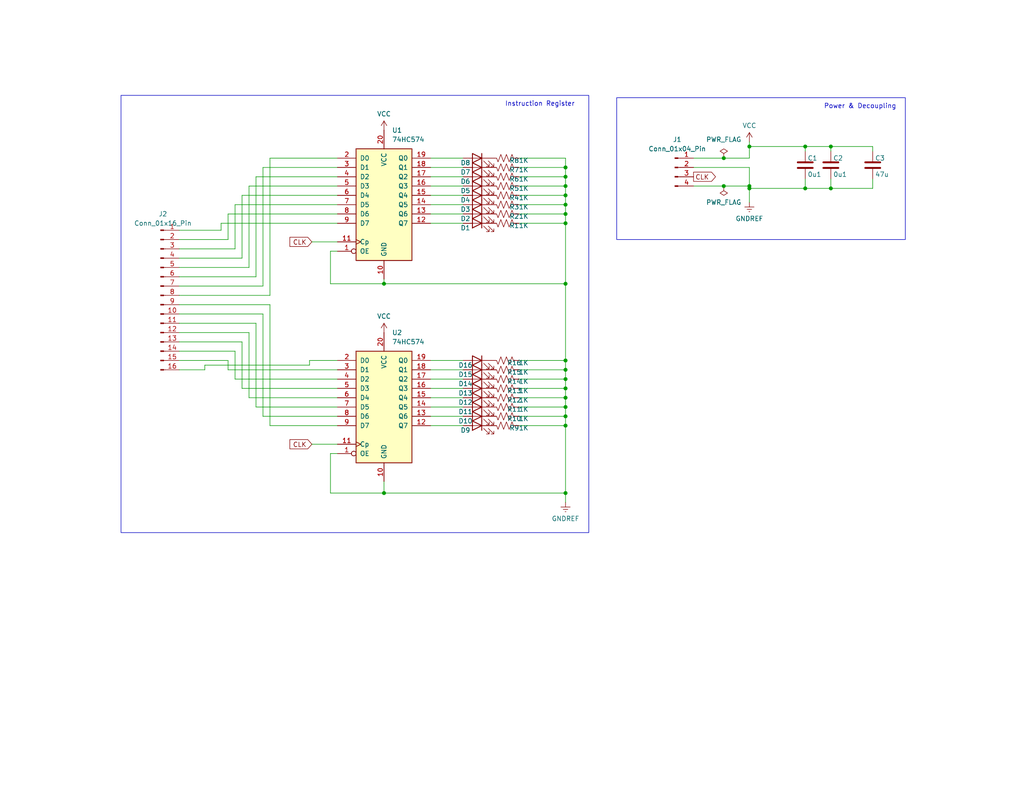
<source format=kicad_sch>
(kicad_sch (version 20230121) (generator eeschema)
  (paper "A")
  (title_block (title "Instruction Register") (date "2024-06-18") (rev "1.0") (company "16-Bit Computer From Scratch") (comment 1 "Adam Clark (@eryjus)"))
  (lib_symbols
    (symbol "Connector:Conn_01x04_Pin" (pin_names (offset 1.016) hide)
      (property "Reference" "J" (at 0 5.08 0))
      (property "Value" "Conn_01x04_Pin" (at 0 -7.62 0))
      (symbol "Conn_01x04_Pin_1_1"
        (polyline (pts (xy 1.27 -5.08) (xy 0.8636 -5.08)) (stroke (width 0.1524)))
        (polyline (pts (xy 1.27 -2.54) (xy 0.8636 -2.54)) (stroke (width 0.1524)))
        (polyline (pts (xy 1.27 0) (xy 0.8636 0)) (stroke (width 0.1524)))
        (polyline (pts (xy 1.27 2.54) (xy 0.8636 2.54)) (stroke (width 0.1524)))
        (rectangle (start 0.8636 -4.953) (end 0 -5.207) (stroke (width 0.1524)) (fill (type outline)))
        (rectangle (start 0.8636 -2.413) (end 0 -2.667) (stroke (width 0.1524)) (fill (type outline)))
        (rectangle (start 0.8636 0.127) (end 0 -0.127) (stroke (width 0.1524)) (fill (type outline)))
        (rectangle (start 0.8636 2.667) (end 0 2.413) (stroke (width 0.1524)) (fill (type outline)))
        (pin passive line (at 5.08 2.54 180) (length 3.81) (name "Pin_1") (number "1"))
        (pin passive line (at 5.08 0 180) (length 3.81) (name "Pin_2") (number "2"))
        (pin passive line (at 5.08 -2.54 180) (length 3.81) (name "Pin_3") (number "3"))
        (pin passive line (at 5.08 -5.08 180) (length 3.81) (name "Pin_4") (number "4"))
      )
    )
    (symbol "Connector:Conn_01x16_Pin" (pin_names (offset 1.016) hide)
      (property "Reference" "J" (at 0 20.32 0))
      (property "Value" "Conn_01x16_Pin" (at 0 -22.86 0))
      (symbol "Conn_01x16_Pin_1_1"
        (polyline (pts (xy 1.27 -20.32) (xy 0.8636 -20.32)) (stroke (width 0.1524)))
        (polyline (pts (xy 1.27 -17.78) (xy 0.8636 -17.78)) (stroke (width 0.1524)))
        (polyline (pts (xy 1.27 -15.24) (xy 0.8636 -15.24)) (stroke (width 0.1524)))
        (polyline (pts (xy 1.27 -12.7) (xy 0.8636 -12.7)) (stroke (width 0.1524)))
        (polyline (pts (xy 1.27 -10.16) (xy 0.8636 -10.16)) (stroke (width 0.1524)))
        (polyline (pts (xy 1.27 -7.62) (xy 0.8636 -7.62)) (stroke (width 0.1524)))
        (polyline (pts (xy 1.27 -5.08) (xy 0.8636 -5.08)) (stroke (width 0.1524)))
        (polyline (pts (xy 1.27 -2.54) (xy 0.8636 -2.54)) (stroke (width 0.1524)))
        (polyline (pts (xy 1.27 0) (xy 0.8636 0)) (stroke (width 0.1524)))
        (polyline (pts (xy 1.27 2.54) (xy 0.8636 2.54)) (stroke (width 0.1524)))
        (polyline (pts (xy 1.27 5.08) (xy 0.8636 5.08)) (stroke (width 0.1524)))
        (polyline (pts (xy 1.27 7.62) (xy 0.8636 7.62)) (stroke (width 0.1524)))
        (polyline (pts (xy 1.27 10.16) (xy 0.8636 10.16)) (stroke (width 0.1524)))
        (polyline (pts (xy 1.27 12.7) (xy 0.8636 12.7)) (stroke (width 0.1524)))
        (polyline (pts (xy 1.27 15.24) (xy 0.8636 15.24)) (stroke (width 0.1524)))
        (polyline (pts (xy 1.27 17.78) (xy 0.8636 17.78)) (stroke (width 0.1524)))
        (rectangle (start 0.8636 -20.193) (end 0 -20.447) (stroke (width 0.1524)) (fill (type outline)))
        (rectangle (start 0.8636 -17.653) (end 0 -17.907) (stroke (width 0.1524)) (fill (type outline)))
        (rectangle (start 0.8636 -15.113) (end 0 -15.367) (stroke (width 0.1524)) (fill (type outline)))
        (rectangle (start 0.8636 -12.573) (end 0 -12.827) (stroke (width 0.1524)) (fill (type outline)))
        (rectangle (start 0.8636 -10.033) (end 0 -10.287) (stroke (width 0.1524)) (fill (type outline)))
        (rectangle (start 0.8636 -7.493) (end 0 -7.747) (stroke (width 0.1524)) (fill (type outline)))
        (rectangle (start 0.8636 -4.953) (end 0 -5.207) (stroke (width 0.1524)) (fill (type outline)))
        (rectangle (start 0.8636 -2.413) (end 0 -2.667) (stroke (width 0.1524)) (fill (type outline)))
        (rectangle (start 0.8636 0.127) (end 0 -0.127) (stroke (width 0.1524)) (fill (type outline)))
        (rectangle (start 0.8636 2.667) (end 0 2.413) (stroke (width 0.1524)) (fill (type outline)))
        (rectangle (start 0.8636 5.207) (end 0 4.953) (stroke (width 0.1524)) (fill (type outline)))
        (rectangle (start 0.8636 7.747) (end 0 7.493) (stroke (width 0.1524)) (fill (type outline)))
        (rectangle (start 0.8636 10.287) (end 0 10.033) (stroke (width 0.1524)) (fill (type outline)))
        (rectangle (start 0.8636 12.827) (end 0 12.573) (stroke (width 0.1524)) (fill (type outline)))
        (rectangle (start 0.8636 15.367) (end 0 15.113) (stroke (width 0.1524)) (fill (type outline)))
        (rectangle (start 0.8636 17.907) (end 0 17.653) (stroke (width 0.1524)) (fill (type outline)))
        (pin passive line (at 5.08 17.78 180) (length 3.81) (name "Pin_1") (number "1"))
        (pin passive line (at 5.08 -5.08 180) (length 3.81) (name "Pin_10") (number "10"))
        (pin passive line (at 5.08 -7.62 180) (length 3.81) (name "Pin_11") (number "11"))
        (pin passive line (at 5.08 -10.16 180) (length 3.81) (name "Pin_12") (number "12"))
        (pin passive line (at 5.08 -12.7 180) (length 3.81) (name "Pin_13") (number "13"))
        (pin passive line (at 5.08 -15.24 180) (length 3.81) (name "Pin_14") (number "14"))
        (pin passive line (at 5.08 -17.78 180) (length 3.81) (name "Pin_15") (number "15"))
        (pin passive line (at 5.08 -20.32 180) (length 3.81) (name "Pin_16") (number "16"))
        (pin passive line (at 5.08 15.24 180) (length 3.81) (name "Pin_2") (number "2"))
        (pin passive line (at 5.08 12.7 180) (length 3.81) (name "Pin_3") (number "3"))
        (pin passive line (at 5.08 10.16 180) (length 3.81) (name "Pin_4") (number "4"))
        (pin passive line (at 5.08 7.62 180) (length 3.81) (name "Pin_5") (number "5"))
        (pin passive line (at 5.08 5.08 180) (length 3.81) (name "Pin_6") (number "6"))
        (pin passive line (at 5.08 2.54 180) (length 3.81) (name "Pin_7") (number "7"))
        (pin passive line (at 5.08 0 180) (length 3.81) (name "Pin_8") (number "8"))
        (pin passive line (at 5.08 -2.54 180) (length 3.81) (name "Pin_9") (number "9"))
      )
    )
    (symbol "Device:C" (pin_numbers hide) (pin_names (offset 0.254))
      (property "Reference" "C" (at 0.635 2.54 0))
      (property "Value" "C" (at 0.635 -2.54 0))
      (symbol "C_0_1"
        (polyline (pts (xy -2.032 -0.762) (xy 2.032 -0.762)) (stroke (width 0.508)))
        (polyline (pts (xy -2.032 0.762) (xy 2.032 0.762)) (stroke (width 0.508)))
      )
      (symbol "C_1_1"
        (pin passive line (at 0 3.81 270) (length 2.794) (name "~") (number "1"))
        (pin passive line (at 0 -3.81 90) (length 2.794) (name "~") (number "2"))
      )
    )
    (symbol "Device:LED" (pin_numbers hide) (pin_names (offset 1.016) hide)
      (property "Reference" "D" (at 0 2.54 0))
      (property "Value" "LED" (at 0 -2.54 0))
      (symbol "LED_0_1"
        (polyline (pts (xy -1.27 -1.27) (xy -1.27 1.27)) (stroke (width 0.254)))
        (polyline (pts (xy -1.27 0) (xy 1.27 0)))
        (polyline (pts (xy 1.27 -1.27) (xy 1.27 1.27) (xy -1.27 0) (xy 1.27 -1.27)) (stroke (width 0.254)))
        (polyline (pts (xy -3.048 -0.762) (xy -4.572 -2.286) (xy -3.81 -2.286) (xy -4.572 -2.286) (xy -4.572 -1.524)))
        (polyline (pts (xy -1.778 -0.762) (xy -3.302 -2.286) (xy -2.54 -2.286) (xy -3.302 -2.286) (xy -3.302 -1.524)))
      )
      (symbol "LED_1_1"
        (pin passive line (at -3.81 0 0) (length 2.54) (name "K") (number "1"))
        (pin passive line (at 3.81 0 180) (length 2.54) (name "A") (number "2"))
      )
    )
    (symbol "Device:R_US" (pin_numbers hide) (pin_names (offset 0))
      (property "Reference" "R" (at 2.54 0 90))
      (property "Value" "R_US" (at -2.54 0 90))
      (symbol "R_US_0_1"
        (polyline (pts (xy 0 -2.286) (xy 0 -2.54)))
        (polyline (pts (xy 0 2.286) (xy 0 2.54)))
        (polyline (pts (xy 0 -0.762) (xy 1.016 -1.143) (xy 0 -1.524) (xy -1.016 -1.905) (xy 0 -2.286)))
        (polyline (pts (xy 0 0.762) (xy 1.016 0.381) (xy 0 0) (xy -1.016 -0.381) (xy 0 -0.762)))
        (polyline (pts (xy 0 2.286) (xy 1.016 1.905) (xy 0 1.524) (xy -1.016 1.143) (xy 0 0.762)))
      )
      (symbol "R_US_1_1"
        (pin passive line (at 0 3.81 270) (length 1.27) (name "~") (number "1"))
        (pin passive line (at 0 -3.81 90) (length 1.27) (name "~") (number "2"))
      )
    )
    (symbol "eryjus:74HC574" (pin_names (offset 1.016))
      (property "Reference" "U" (at -7.62 16.51 0))
      (property "Value" "74HC574" (at -7.62 -16.51 0))
      (symbol "74HC574_1_0"
        (pin input inverted (at -12.7 -12.7 0) (length 5.08) (name "OE") (number "1"))
        (pin power_in line (at 0 -20.32 90) (length 5.08) (name "GND") (number "10"))
        (pin input clock (at -12.7 -10.16 0) (length 5.08) (name "Cp") (number "11"))
        (pin tri_state line (at 12.7 -5.08 180) (length 5.08) (name "Q7") (number "12"))
        (pin tri_state line (at 12.7 -2.54 180) (length 5.08) (name "Q6") (number "13"))
        (pin tri_state line (at 12.7 0 180) (length 5.08) (name "Q5") (number "14"))
        (pin tri_state line (at 12.7 2.54 180) (length 5.08) (name "Q4") (number "15"))
        (pin tri_state line (at 12.7 5.08 180) (length 5.08) (name "Q3") (number "16"))
        (pin tri_state line (at 12.7 7.62 180) (length 5.08) (name "Q2") (number "17"))
        (pin tri_state line (at 12.7 10.16 180) (length 5.08) (name "Q1") (number "18"))
        (pin tri_state line (at 12.7 12.7 180) (length 5.08) (name "Q0") (number "19"))
        (pin input line (at -12.7 12.7 0) (length 5.08) (name "D0") (number "2"))
        (pin power_in line (at 0 20.32 270) (length 5.08) (name "VCC") (number "20"))
        (pin input line (at -12.7 10.16 0) (length 5.08) (name "D1") (number "3"))
        (pin input line (at -12.7 7.62 0) (length 5.08) (name "D2") (number "4"))
        (pin input line (at -12.7 5.08 0) (length 5.08) (name "D3") (number "5"))
        (pin input line (at -12.7 2.54 0) (length 5.08) (name "D4") (number "6"))
        (pin input line (at -12.7 0 0) (length 5.08) (name "D5") (number "7"))
        (pin input line (at -12.7 -2.54 0) (length 5.08) (name "D6") (number "8"))
        (pin input line (at -12.7 -5.08 0) (length 5.08) (name "D7") (number "9"))
      )
      (symbol "74HC574_1_1"
        (rectangle (start -7.62 15.24) (end 7.62 -15.24) (stroke (width 0.254)) (fill (type background)))
      )
    )
    (symbol "power:GNDREF" (power) (pin_names (offset 0))
      (property "Value" "GNDREF" (at 0 -3.81 0))
      (symbol "GNDREF_0_1"
        (polyline (pts (xy -0.635 -1.905) (xy 0.635 -1.905)))
        (polyline (pts (xy -0.127 -2.54) (xy 0.127 -2.54)))
        (polyline (pts (xy 0 -1.27) (xy 0 0)))
        (polyline (pts (xy 1.27 -1.27) (xy -1.27 -1.27)))
      )
      (symbol "GNDREF_1_1"
        (pin power_in line (at 0 0 270) (length 0) hide (name "GNDREF") (number "1"))
      )
    )
    (symbol "power:PWR_FLAG" (power) (pin_numbers hide) (pin_names (offset 0) hide)
      (property "Value" "PWR_FLAG" (at 0 3.81 0))
      (symbol "PWR_FLAG_0_0"
        (pin power_out line (at 0 0 90) (length 0) (name "pwr") (number "1"))
      )
      (symbol "PWR_FLAG_0_1"
        (polyline (pts (xy 0 0) (xy 0 1.27) (xy -1.016 1.905) (xy 0 2.54) (xy 1.016 1.905) (xy 0 1.27)))
      )
    )
    (symbol "power:VCC" (power) (pin_names (offset 0))
      (property "Value" "VCC" (at 0 3.81 0))
      (symbol "VCC_0_1"
        (polyline (pts (xy -0.762 1.27) (xy 0 2.54)))
        (polyline (pts (xy 0 0) (xy 0 2.54)))
        (polyline (pts (xy 0 2.54) (xy 0.762 1.27)))
      )
      (symbol "VCC_1_1"
        (pin power_in line (at 0 0 90) (length 0) hide (name "VCC") (number "1"))
      )
    )
  )
  (junction (at 154.305 134.62))
  (junction (at 226.695 40.005))
  (junction (at 219.71 51.435))
  (junction (at 154.305 108.585))
  (junction (at 154.305 113.665))
  (junction (at 154.305 116.205))
  (junction (at 154.305 60.96))
  (junction (at 204.47 50.8))
  (junction (at 197.485 43.18))
  (junction (at 154.305 45.72))
  (junction (at 104.775 134.62))
  (junction (at 219.71 40.005))
  (junction (at 154.305 100.965))
  (junction (at 154.305 103.505))
  (junction (at 154.305 48.26))
  (junction (at 154.305 106.045))
  (junction (at 154.305 53.34))
  (junction (at 154.305 77.47))
  (junction (at 154.305 111.125))
  (junction (at 104.775 77.47))
  (junction (at 154.305 55.88))
  (junction (at 154.305 50.8))
  (junction (at 204.47 40.005))
  (junction (at 204.47 51.435))
  (junction (at 226.695 51.435))
  (junction (at 197.485 50.8))
  (junction (at 154.305 58.42))
  (junction (at 154.305 98.425))
  (wire (pts (xy 48.895 73.025) (xy 67.945 73.025)))
  (wire (pts (xy 62.23 100.965) (xy 92.075 100.965)))
  (wire (pts (xy 154.305 134.62) (xy 154.305 137.16)))
  (wire (pts (xy 204.47 40.005) (xy 219.71 40.005)))
  (wire (pts (xy 154.305 45.72) (xy 154.305 48.26)))
  (wire (pts (xy 90.17 68.58) (xy 90.17 77.47)))
  (wire (pts (xy 55.88 100.965) (xy 55.88 99.695)))
  (wire (pts (xy 154.305 113.665) (xy 154.305 116.205)))
  (wire (pts (xy 60.325 60.96) (xy 60.325 62.865)))
  (wire (pts (xy 66.04 93.345) (xy 66.04 106.045)))
  (wire (pts (xy 117.475 48.26) (xy 126.365 48.26)))
  (wire (pts (xy 226.695 40.005) (xy 226.695 41.275)))
  (wire (pts (xy 204.47 50.8) (xy 204.47 51.435)))
  (wire (pts (xy 141.605 111.125) (xy 154.305 111.125)))
  (wire (pts (xy 69.85 48.26) (xy 92.075 48.26)))
  (wire (pts (xy 141.605 116.205) (xy 154.305 116.205)))
  (wire (pts (xy 141.605 55.88) (xy 154.305 55.88)))
  (wire (pts (xy 117.475 116.205) (xy 126.365 116.205)))
  (wire (pts (xy 154.305 60.96) (xy 154.305 77.47)))
  (wire (pts (xy 84.455 99.695) (xy 84.455 98.425)))
  (wire (pts (xy 48.895 95.885) (xy 64.135 95.885)))
  (wire (pts (xy 154.305 50.8) (xy 154.305 53.34)))
  (wire (pts (xy 117.475 100.965) (xy 126.365 100.965)))
  (wire (pts (xy 117.475 106.045) (xy 126.365 106.045)))
  (wire (pts (xy 48.895 85.725) (xy 71.755 85.725)))
  (wire (pts (xy 154.305 58.42) (xy 154.305 60.96)))
  (wire (pts (xy 154.305 111.125) (xy 154.305 113.665)))
  (wire (pts (xy 117.475 60.96) (xy 126.365 60.96)))
  (wire (pts (xy 154.305 53.34) (xy 154.305 55.88)))
  (wire (pts (xy 141.605 113.665) (xy 154.305 113.665)))
  (wire (pts (xy 67.945 108.585) (xy 92.075 108.585)))
  (wire (pts (xy 189.23 43.18) (xy 197.485 43.18)))
  (wire (pts (xy 197.485 43.18) (xy 204.47 43.18)))
  (wire (pts (xy 141.605 98.425) (xy 154.305 98.425)))
  (wire (pts (xy 64.135 95.885) (xy 64.135 103.505)))
  (wire (pts (xy 189.23 45.72) (xy 204.47 45.72)))
  (wire (pts (xy 154.305 108.585) (xy 154.305 111.125)))
  (wire (pts (xy 71.755 85.725) (xy 71.755 113.665)))
  (wire (pts (xy 141.605 50.8) (xy 154.305 50.8)))
  (wire (pts (xy 141.605 103.505) (xy 154.305 103.505)))
  (wire (pts (xy 154.305 116.205) (xy 154.305 134.62)))
  (wire (pts (xy 238.125 51.435) (xy 226.695 51.435)))
  (wire (pts (xy 92.075 68.58) (xy 90.17 68.58)))
  (wire (pts (xy 69.85 111.125) (xy 92.075 111.125)))
  (wire (pts (xy 141.605 53.34) (xy 154.305 53.34)))
  (wire (pts (xy 69.85 48.26) (xy 69.85 75.565)))
  (wire (pts (xy 73.66 116.205) (xy 92.075 116.205)))
  (wire (pts (xy 226.695 51.435) (xy 219.71 51.435)))
  (wire (pts (xy 117.475 98.425) (xy 126.365 98.425)))
  (wire (pts (xy 104.775 76.2) (xy 104.775 77.47)))
  (wire (pts (xy 48.895 65.405) (xy 62.23 65.405)))
  (wire (pts (xy 117.475 45.72) (xy 126.365 45.72)))
  (wire (pts (xy 117.475 55.88) (xy 126.365 55.88)))
  (wire (pts (xy 154.305 55.88) (xy 154.305 58.42)))
  (wire (pts (xy 62.23 98.425) (xy 62.23 100.965)))
  (wire (pts (xy 154.305 100.965) (xy 154.305 103.505)))
  (wire (pts (xy 67.945 90.805) (xy 67.945 108.585)))
  (wire (pts (xy 226.695 40.005) (xy 219.71 40.005)))
  (wire (pts (xy 154.305 48.26) (xy 154.305 50.8)))
  (wire (pts (xy 154.305 98.425) (xy 154.305 100.965)))
  (wire (pts (xy 71.755 45.72) (xy 92.075 45.72)))
  (wire (pts (xy 85.09 121.285) (xy 92.075 121.285)))
  (wire (pts (xy 69.85 88.265) (xy 69.85 111.125)))
  (wire (pts (xy 219.71 48.895) (xy 219.71 51.435)))
  (wire (pts (xy 197.485 50.8) (xy 204.47 50.8)))
  (wire (pts (xy 64.135 55.88) (xy 64.135 67.945)))
  (wire (pts (xy 48.895 90.805) (xy 67.945 90.805)))
  (wire (pts (xy 117.475 43.18) (xy 126.365 43.18)))
  (wire (pts (xy 226.695 48.895) (xy 226.695 51.435)))
  (wire (pts (xy 73.66 43.18) (xy 92.075 43.18)))
  (wire (pts (xy 67.945 50.8) (xy 92.075 50.8)))
  (wire (pts (xy 238.125 48.895) (xy 238.125 51.435)))
  (wire (pts (xy 189.23 50.8) (xy 197.485 50.8)))
  (wire (pts (xy 141.605 45.72) (xy 154.305 45.72)))
  (wire (pts (xy 117.475 53.34) (xy 126.365 53.34)))
  (wire (pts (xy 117.475 103.505) (xy 126.365 103.505)))
  (wire (pts (xy 92.075 60.96) (xy 60.325 60.96)))
  (wire (pts (xy 117.475 50.8) (xy 126.365 50.8)))
  (wire (pts (xy 73.66 43.18) (xy 73.66 80.645)))
  (wire (pts (xy 104.775 77.47) (xy 154.305 77.47)))
  (wire (pts (xy 141.605 58.42) (xy 154.305 58.42)))
  (wire (pts (xy 64.135 103.505) (xy 92.075 103.505)))
  (wire (pts (xy 90.17 134.62) (xy 104.775 134.62)))
  (wire (pts (xy 219.71 40.005) (xy 219.71 41.275)))
  (wire (pts (xy 117.475 108.585) (xy 126.365 108.585)))
  (wire (pts (xy 71.755 113.665) (xy 92.075 113.665)))
  (wire (pts (xy 62.23 58.42) (xy 62.23 65.405)))
  (wire (pts (xy 141.605 106.045) (xy 154.305 106.045)))
  (wire (pts (xy 204.47 38.735) (xy 204.47 40.005)))
  (wire (pts (xy 141.605 100.965) (xy 154.305 100.965)))
  (wire (pts (xy 48.895 98.425) (xy 62.23 98.425)))
  (wire (pts (xy 154.305 106.045) (xy 154.305 108.585)))
  (wire (pts (xy 204.47 51.435) (xy 204.47 55.245)))
  (wire (pts (xy 92.075 53.34) (xy 66.04 53.34)))
  (wire (pts (xy 104.775 134.62) (xy 154.305 134.62)))
  (wire (pts (xy 48.895 67.945) (xy 64.135 67.945)))
  (wire (pts (xy 71.755 45.72) (xy 71.755 78.105)))
  (wire (pts (xy 117.475 58.42) (xy 126.365 58.42)))
  (wire (pts (xy 48.895 88.265) (xy 69.85 88.265)))
  (wire (pts (xy 90.17 77.47) (xy 104.775 77.47)))
  (wire (pts (xy 55.88 99.695) (xy 84.455 99.695)))
  (wire (pts (xy 66.04 53.34) (xy 66.04 70.485)))
  (wire (pts (xy 48.895 78.105) (xy 71.755 78.105)))
  (wire (pts (xy 92.075 58.42) (xy 62.23 58.42)))
  (wire (pts (xy 48.895 100.965) (xy 55.88 100.965)))
  (wire (pts (xy 85.09 66.04) (xy 92.075 66.04)))
  (wire (pts (xy 92.075 55.88) (xy 64.135 55.88)))
  (wire (pts (xy 238.125 40.005) (xy 226.695 40.005)))
  (wire (pts (xy 117.475 113.665) (xy 126.365 113.665)))
  (wire (pts (xy 117.475 111.125) (xy 126.365 111.125)))
  (wire (pts (xy 154.305 43.18) (xy 154.305 45.72)))
  (wire (pts (xy 48.895 83.185) (xy 73.66 83.185)))
  (wire (pts (xy 48.895 62.865) (xy 60.325 62.865)))
  (wire (pts (xy 141.605 48.26) (xy 154.305 48.26)))
  (wire (pts (xy 154.305 77.47) (xy 154.305 98.425)))
  (wire (pts (xy 141.605 60.96) (xy 154.305 60.96)))
  (wire (pts (xy 104.775 131.445) (xy 104.775 134.62)))
  (wire (pts (xy 84.455 98.425) (xy 92.075 98.425)))
  (wire (pts (xy 67.945 50.8) (xy 67.945 73.025)))
  (wire (pts (xy 48.895 75.565) (xy 69.85 75.565)))
  (wire (pts (xy 154.305 103.505) (xy 154.305 106.045)))
  (wire (pts (xy 48.895 70.485) (xy 66.04 70.485)))
  (wire (pts (xy 141.605 108.585) (xy 154.305 108.585)))
  (wire (pts (xy 92.075 123.825) (xy 90.17 123.825)))
  (wire (pts (xy 141.605 43.18) (xy 154.305 43.18)))
  (wire (pts (xy 73.66 83.185) (xy 73.66 116.205)))
  (wire (pts (xy 219.71 51.435) (xy 204.47 51.435)))
  (wire (pts (xy 48.895 93.345) (xy 66.04 93.345)))
  (wire (pts (xy 204.47 40.005) (xy 204.47 43.18)))
  (wire (pts (xy 92.075 106.045) (xy 66.04 106.045)))
  (wire (pts (xy 90.17 123.825) (xy 90.17 134.62)))
  (wire (pts (xy 238.125 41.275) (xy 238.125 40.005)))
  (wire (pts (xy 48.895 80.645) (xy 73.66 80.645)))
  (wire (pts (xy 204.47 45.72) (xy 204.47 50.8)))
  (rectangle (start 33.02 26.035) (end 160.655 145.415))
  (rectangle (start 168.275 26.67) (end 247.015 65.405))
  (text "Power & Decoupling" (at 224.79 29.845 0) (effects (font (size 1.27 1.27)) (justify left bottom)))
  (text "Instruction Register" (at 137.795 29.21 0) (effects (font (size 1.27 1.27)) (justify left bottom)))
  (global_label "CLK" (shape input) (at 85.09 66.04 180) (property "Intersheetrefs" "${INTERSHEET_REFS}" (effects hide)))
  (global_label "CLK" (shape input) (at 85.09 121.285 180) (property "Intersheetrefs" "${INTERSHEET_REFS}" (effects hide)))
  (global_label "CLK" (shape output) (at 189.23 48.26 0) (property "Intersheetrefs" "${INTERSHEET_REFS}" (effects hide)))
  (symbol (lib_id "power:PWR_FLAG") (at 197.485 43.18 0) (unit 1)
    (property "Reference" "#FLG01" (effects hide))
    (property "Value" "PWR_FLAG" (at 197.485 38.1 0))
  )
  (symbol (lib_id "Device:R_US") (at 137.795 45.72 90) (mirror x) (unit 1)
    (property "Reference" "R7" (at 140.335 46.355 90))
    (property "Value" "1K" (at 142.875 46.355 90))
    (property "Footprint" "Resistor_SMD:R_1206_3216Metric_Pad1.30x1.75mm_HandSolder" (effects hide))
  )
  (symbol (lib_id "Device:LED") (at 130.175 58.42 0) (mirror y) (unit 1)
    (property "Reference" "D2" (at 127 59.69 0))
    (property "Value" "LED" (effects hide))
    (property "Footprint" "LED_SMD:LED_1206_3216Metric_Pad1.42x1.75mm_HandSolder" (effects hide))
  )
  (symbol (lib_id "power:VCC") (at 204.47 38.735 0) (unit 1)
    (property "Reference" "#PWR02" (effects hide))
    (property "Value" "VCC" (at 204.47 34.29 0))
  )
  (symbol (lib_id "Device:R_US") (at 137.795 48.26 90) (mirror x) (unit 1)
    (property "Reference" "R6" (at 140.335 48.895 90))
    (property "Value" "1K" (at 142.875 48.895 90))
    (property "Footprint" "Resistor_SMD:R_1206_3216Metric_Pad1.30x1.75mm_HandSolder" (effects hide))
  )
  (symbol (lib_id "Device:C") (at 226.695 45.085 0) (unit 1)
    (property "Reference" "C2" (at 227.33 43.18 0) (effects (justify left)))
    (property "Value" "0u1" (at 227.33 47.625 0) (effects (justify left)))
    (property "Footprint" "Capacitor_SMD:C_1206_3216Metric_Pad1.33x1.80mm_HandSolder" (effects hide))
  )
  (symbol (lib_id "Device:R_US") (at 137.795 108.585 90) (mirror x) (unit 1)
    (property "Reference" "R12" (at 140.335 109.22 90))
    (property "Value" "1K" (at 142.875 109.22 90))
    (property "Footprint" "Resistor_SMD:R_1206_3216Metric_Pad1.30x1.75mm_HandSolder" (effects hide))
  )
  (symbol (lib_id "power:VCC") (at 104.775 35.56 0) (unit 1)
    (property "Reference" "#PWR01" (effects hide))
    (property "Value" "VCC" (at 104.775 31.115 0))
  )
  (symbol (lib_id "Device:R_US") (at 137.795 55.88 90) (mirror x) (unit 1)
    (property "Reference" "R3" (at 140.335 56.515 90))
    (property "Value" "1K" (at 142.875 56.515 90))
    (property "Footprint" "Resistor_SMD:R_1206_3216Metric_Pad1.30x1.75mm_HandSolder" (effects hide))
  )
  (symbol (lib_id "Device:R_US") (at 137.795 116.205 90) (mirror x) (unit 1)
    (property "Reference" "R9" (at 140.335 116.84 90))
    (property "Value" "1K" (at 142.875 116.84 90))
    (property "Footprint" "Resistor_SMD:R_1206_3216Metric_Pad1.30x1.75mm_HandSolder" (effects hide))
  )
  (symbol (lib_id "power:GNDREF") (at 204.47 55.245 0) (unit 1)
    (property "Reference" "#PWR03" (effects hide))
    (property "Value" "GNDREF" (at 204.47 59.69 0))
  )
  (symbol (lib_id "Device:R_US") (at 137.795 43.18 90) (mirror x) (unit 1)
    (property "Reference" "R8" (at 140.335 43.815 90))
    (property "Value" "1K" (at 142.875 43.815 90))
    (property "Footprint" "Resistor_SMD:R_1206_3216Metric_Pad1.30x1.75mm_HandSolder" (effects hide))
  )
  (symbol (lib_id "eryjus:74HC574") (at 104.775 55.88 0) (unit 1)
    (property "Reference" "U1" (at 106.9691 35.56 0) (effects (justify left)))
    (property "Value" "74HC574" (at 106.9691 38.1 0) (effects (justify left)))
    (property "Footprint" "Package_SO:SOIC-20W_7.5x12.8mm_P1.27mm" (effects hide))
    (property "Datasheet" "http://www.ti.com/lit/gpn/sn74HC574" (effects hide))
  )
  (symbol (lib_id "Device:R_US") (at 137.795 50.8 90) (mirror x) (unit 1)
    (property "Reference" "R5" (at 140.335 51.435 90))
    (property "Value" "1K" (at 142.875 51.435 90))
    (property "Footprint" "Resistor_SMD:R_1206_3216Metric_Pad1.30x1.75mm_HandSolder" (effects hide))
  )
  (symbol (lib_id "Device:LED") (at 130.175 113.665 0) (mirror y) (unit 1)
    (property "Reference" "D10" (at 127 114.935 0))
    (property "Value" "LED" (effects hide))
    (property "Footprint" "LED_SMD:LED_1206_3216Metric_Pad1.42x1.75mm_HandSolder" (effects hide))
  )
  (symbol (lib_id "Device:C") (at 219.71 45.085 0) (unit 1)
    (property "Reference" "C1" (at 220.345 43.18 0) (effects (justify left)))
    (property "Value" "0u1" (at 220.345 47.625 0) (effects (justify left)))
    (property "Footprint" "Capacitor_SMD:C_1206_3216Metric_Pad1.33x1.80mm_HandSolder" (effects hide))
  )
  (symbol (lib_id "Device:R_US") (at 137.795 113.665 90) (mirror x) (unit 1)
    (property "Reference" "R10" (at 140.335 114.3 90))
    (property "Value" "1K" (at 142.875 114.3 90))
    (property "Footprint" "Resistor_SMD:R_1206_3216Metric_Pad1.30x1.75mm_HandSolder" (effects hide))
  )
  (symbol (lib_id "Device:LED") (at 130.175 45.72 0) (mirror y) (unit 1)
    (property "Reference" "D7" (at 127 46.99 0))
    (property "Value" "LED" (effects hide))
    (property "Footprint" "LED_SMD:LED_1206_3216Metric_Pad1.42x1.75mm_HandSolder" (effects hide))
  )
  (symbol (lib_id "Device:R_US") (at 137.795 100.965 90) (mirror x) (unit 1)
    (property "Reference" "R15" (at 140.335 101.6 90))
    (property "Value" "1K" (at 142.875 101.6 90))
    (property "Footprint" "Resistor_SMD:R_1206_3216Metric_Pad1.30x1.75mm_HandSolder" (effects hide))
  )
  (symbol (lib_id "Device:LED") (at 130.175 43.18 0) (mirror y) (unit 1)
    (property "Reference" "D8" (at 127 44.45 0))
    (property "Value" "LED" (effects hide))
    (property "Footprint" "LED_SMD:LED_1206_3216Metric_Pad1.42x1.75mm_HandSolder" (effects hide))
  )
  (symbol (lib_id "Device:R_US") (at 137.795 58.42 90) (mirror x) (unit 1)
    (property "Reference" "R2" (at 140.335 59.055 90))
    (property "Value" "1K" (at 142.875 59.055 90))
    (property "Footprint" "Resistor_SMD:R_1206_3216Metric_Pad1.30x1.75mm_HandSolder" (effects hide))
  )
  (symbol (lib_id "Device:R_US") (at 137.795 111.125 90) (mirror x) (unit 1)
    (property "Reference" "R11" (at 140.335 111.76 90))
    (property "Value" "1K" (at 142.875 111.76 90))
    (property "Footprint" "Resistor_SMD:R_1206_3216Metric_Pad1.30x1.75mm_HandSolder" (effects hide))
  )
  (symbol (lib_id "Device:R_US") (at 137.795 60.96 90) (mirror x) (unit 1)
    (property "Reference" "R1" (at 140.335 61.595 90))
    (property "Value" "1K" (at 142.875 61.595 90))
    (property "Footprint" "Resistor_SMD:R_1206_3216Metric_Pad1.30x1.75mm_HandSolder" (effects hide))
  )
  (symbol (lib_id "Device:LED") (at 130.175 53.34 0) (mirror y) (unit 1)
    (property "Reference" "D4" (at 127 54.61 0))
    (property "Value" "LED" (effects hide))
    (property "Footprint" "LED_SMD:LED_1206_3216Metric_Pad1.42x1.75mm_HandSolder" (effects hide))
  )
  (symbol (lib_id "Device:LED") (at 130.175 55.88 0) (mirror y) (unit 1)
    (property "Reference" "D3" (at 127 57.15 0))
    (property "Value" "LED" (effects hide))
    (property "Footprint" "LED_SMD:LED_1206_3216Metric_Pad1.42x1.75mm_HandSolder" (effects hide))
  )
  (symbol (lib_id "Device:LED") (at 130.175 98.425 0) (mirror y) (unit 1)
    (property "Reference" "D16" (at 127 99.695 0))
    (property "Value" "LED" (effects hide))
    (property "Footprint" "LED_SMD:LED_1206_3216Metric_Pad1.42x1.75mm_HandSolder" (effects hide))
  )
  (symbol (lib_id "Device:R_US") (at 137.795 53.34 90) (mirror x) (unit 1)
    (property "Reference" "R4" (at 140.335 53.975 90))
    (property "Value" "1K" (at 142.875 53.975 90))
    (property "Footprint" "Resistor_SMD:R_1206_3216Metric_Pad1.30x1.75mm_HandSolder" (effects hide))
  )
  (symbol (lib_id "Device:LED") (at 130.175 60.96 0) (mirror y) (unit 1)
    (property "Reference" "D1" (at 127 62.23 0))
    (property "Value" "LED" (effects hide))
    (property "Footprint" "LED_SMD:LED_1206_3216Metric_Pad1.42x1.75mm_HandSolder" (effects hide))
  )
  (symbol (lib_id "Device:LED") (at 130.175 116.205 0) (mirror y) (unit 1)
    (property "Reference" "D9" (at 127 117.475 0))
    (property "Value" "LED" (effects hide))
    (property "Footprint" "LED_SMD:LED_1206_3216Metric_Pad1.42x1.75mm_HandSolder" (effects hide))
  )
  (symbol (lib_id "Device:LED") (at 130.175 100.965 0) (mirror y) (unit 1)
    (property "Reference" "D15" (at 127 102.235 0))
    (property "Value" "LED" (effects hide))
    (property "Footprint" "LED_SMD:LED_1206_3216Metric_Pad1.42x1.75mm_HandSolder" (effects hide))
  )
  (symbol (lib_id "Device:LED") (at 130.175 50.8 0) (mirror y) (unit 1)
    (property "Reference" "D5" (at 127 52.07 0))
    (property "Value" "LED" (effects hide))
    (property "Footprint" "LED_SMD:LED_1206_3216Metric_Pad1.42x1.75mm_HandSolder" (effects hide))
  )
  (symbol (lib_id "Connector:Conn_01x04_Pin") (at 184.15 45.72 0) (unit 1)
    (property "Reference" "J1" (at 184.785 38.1 0))
    (property "Value" "Conn_01x04_Pin" (at 184.785 40.64 0))
    (property "Footprint" "Connector_PinHeader_2.54mm:PinHeader_1x04_P2.54mm_Vertical" (effects hide))
  )
  (symbol (lib_id "Device:LED") (at 130.175 48.26 0) (mirror y) (unit 1)
    (property "Reference" "D6" (at 127 49.53 0))
    (property "Value" "LED" (effects hide))
    (property "Footprint" "LED_SMD:LED_1206_3216Metric_Pad1.42x1.75mm_HandSolder" (effects hide))
  )
  (symbol (lib_id "Connector:Conn_01x16_Pin") (at 43.815 80.645 0) (unit 1)
    (property "Reference" "J2" (at 44.45 58.42 0))
    (property "Value" "Conn_01x16_Pin" (at 44.45 60.96 0))
    (property "Footprint" "Connector_PinHeader_2.54mm:PinHeader_1x16_P2.54mm_Vertical" (effects hide))
  )
  (symbol (lib_id "Device:LED") (at 130.175 106.045 0) (mirror y) (unit 1)
    (property "Reference" "D13" (at 127 107.315 0))
    (property "Value" "LED" (effects hide))
    (property "Footprint" "LED_SMD:LED_1206_3216Metric_Pad1.42x1.75mm_HandSolder" (effects hide))
  )
  (symbol (lib_id "Device:LED") (at 130.175 103.505 0) (mirror y) (unit 1)
    (property "Reference" "D14" (at 127 104.775 0))
    (property "Value" "LED" (effects hide))
    (property "Footprint" "LED_SMD:LED_1206_3216Metric_Pad1.42x1.75mm_HandSolder" (effects hide))
  )
  (symbol (lib_id "power:GNDREF") (at 154.305 137.16 0) (unit 1)
    (property "Reference" "#PWR05" (effects hide))
    (property "Value" "GNDREF" (at 154.305 141.605 0))
  )
  (symbol (lib_id "Device:R_US") (at 137.795 103.505 90) (mirror x) (unit 1)
    (property "Reference" "R14" (at 140.335 104.14 90))
    (property "Value" "1K" (at 142.875 104.14 90))
    (property "Footprint" "Resistor_SMD:R_1206_3216Metric_Pad1.30x1.75mm_HandSolder" (effects hide))
  )
  (symbol (lib_id "power:PWR_FLAG") (at 197.485 50.8 180) (unit 1)
    (property "Reference" "#FLG02" (effects hide))
    (property "Value" "PWR_FLAG" (at 197.485 55.245 0))
  )
  (symbol (lib_id "power:VCC") (at 104.775 90.805 0) (unit 1)
    (property "Reference" "#PWR04" (effects hide))
    (property "Value" "VCC" (at 104.775 86.36 0))
  )
  (symbol (lib_id "eryjus:74HC574") (at 104.775 111.125 0) (unit 1)
    (property "Reference" "U2" (at 106.9691 90.805 0) (effects (justify left)))
    (property "Value" "74HC574" (at 106.9691 93.345 0) (effects (justify left)))
    (property "Footprint" "Package_SO:SOIC-20W_7.5x12.8mm_P1.27mm" (effects hide))
    (property "Datasheet" "http://www.ti.com/lit/gpn/sn74HC574" (effects hide))
  )
  (symbol (lib_id "Device:R_US") (at 137.795 98.425 90) (mirror x) (unit 1)
    (property "Reference" "R16" (at 140.335 99.06 90))
    (property "Value" "1K" (at 142.875 99.06 90))
    (property "Footprint" "Resistor_SMD:R_1206_3216Metric_Pad1.30x1.75mm_HandSolder" (effects hide))
  )
  (symbol (lib_id "Device:C") (at 238.125 45.085 0) (unit 1)
    (property "Reference" "C3" (at 238.76 43.18 0) (effects (justify left)))
    (property "Value" "47u" (at 238.76 47.625 0) (effects (justify left)))
    (property "Footprint" "Capacitor_SMD:C_1206_3216Metric_Pad1.33x1.80mm_HandSolder" (effects hide))
  )
  (symbol (lib_id "Device:R_US") (at 137.795 106.045 90) (mirror x) (unit 1)
    (property "Reference" "R13" (at 140.335 106.68 90))
    (property "Value" "1K" (at 142.875 106.68 90))
    (property "Footprint" "Resistor_SMD:R_1206_3216Metric_Pad1.30x1.75mm_HandSolder" (effects hide))
  )
  (symbol (lib_id "Device:LED") (at 130.175 111.125 0) (mirror y) (unit 1)
    (property "Reference" "D11" (at 127 112.395 0))
    (property "Value" "LED" (effects hide))
    (property "Footprint" "LED_SMD:LED_1206_3216Metric_Pad1.42x1.75mm_HandSolder" (effects hide))
  )
  (symbol (lib_id "Device:LED") (at 130.175 108.585 0) (mirror y) (unit 1)
    (property "Reference" "D12" (at 127 109.855 0))
    (property "Value" "LED" (effects hide))
    (property "Footprint" "LED_SMD:LED_1206_3216Metric_Pad1.42x1.75mm_HandSolder" (effects hide))
  )
)
</source>
